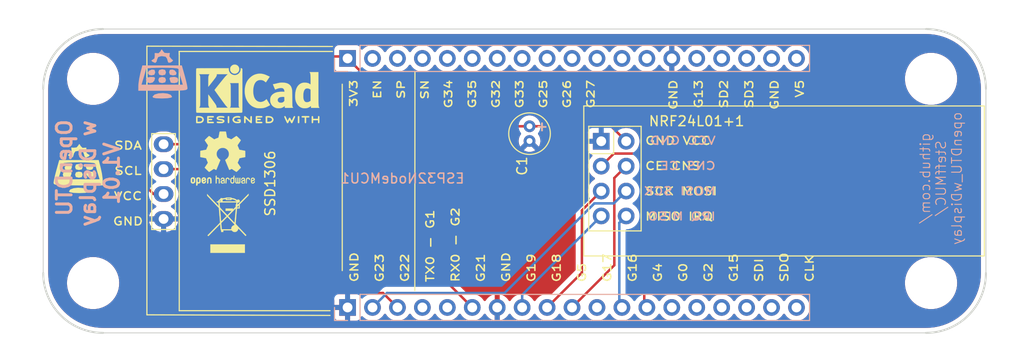
<source format=kicad_pcb>
(kicad_pcb (version 20211014) (generator pcbnew)
  (layers (0 "F.Cu" signal) (31 "B.Cu" signal) (34 "B.Paste" user) (35 "F.Paste" user) (36 "B.SilkS" user "B.Silkscreen") (37 "F.SilkS" user "F.Silkscreen") (38 "B.Mask" user) (39 "F.Mask" user) (44 "Edge.Cuts" user))
  (property "OpenDTUVer" "")
  (net 0 "")
  (net 1 "PWR3x3")
  (net 2 "GND")
  (net 26 "CE")
  (net 27 "IRQ")
  (net 29 "~{CSN}")
  (net 30 "SCK")
  (net 31 "MISO")
  (net 32 "SDA")
  (net 35 "SCL")
  (net 36 "MOSI")
  (footprint "nRF24L01+PA+LNA_Breakout:nRF24L01+PA+LNA_Breakout" (layer "F.Cu") (at 146.7485 81.04)
    (fp_text reference "NRF24L01+1" (at 9.7155 -2.046) (layer "F.SilkS"))
    (fp_text value "NRF24L01+PA+LNA_Breakout")
    (pad "1" thru_hole rect (at 0 0) (size 1.7 1.7) (drill 1) (layers *.Cu *.Mask) (net 2 "GND"))
    (pad "2" thru_hole circle (at 2.54 0) (size 1.7 1.7) (drill 1) (layers *.Cu *.Mask) (net 1 "PWR3x3"))
    (pad "3" thru_hole circle (at 0 2.54) (size 1.7 1.7) (drill 1) (layers *.Cu *.Mask) (net 26 "CE"))
    (pad "4" thru_hole circle (at 2.54 2.54) (size 1.7 1.7) (drill 1) (layers *.Cu *.Mask) (net 29 "~{CSN}"))
    (pad "5" thru_hole circle (at 0 5.08) (size 1.7 1.7) (drill 1) (layers *.Cu *.Mask) (net 30 "SCK"))
    (pad "6" thru_hole circle (at 2.54 5.08) (size 1.7 1.7) (drill 1) (layers *.Cu *.Mask) (net 36 "MOSI"))
    (pad "7" thru_hole circle (at 0 7.62) (size 1.7 1.7) (drill 1) (layers *.Cu *.Mask) (net 31 "MISO"))
    (pad "8" thru_hole circle (at 2.54 7.62) (size 1.7 1.7) (drill 1) (layers *.Cu *.Mask) (net 27 "IRQ"))
  )
  (footprint "Capacitor_THT:C_Radial_D4.0mm_H5.0mm_P1.50mm" (layer "F.Cu") (at 139.446 79.514 -90)
    (fp_text reference "C1" (at 4.052 0.762 -270) (layer "F.SilkS"))
    (fp_text value "10uF")
    (pad "1" thru_hole circle (at 0 0 270) (size 1.2 1.2) (drill 0.6) (layers *.Cu *.Mask) (net 1 "PWR3x3"))
    (pad "2" thru_hole circle (at 1.5 0 270) (size 1.2 1.2) (drill 0.6) (layers *.Cu *.Mask) (net 2 "GND"))
  )
  (footprint "MountingHole:MountingHole_4.3mm_M4" (layer "F.Cu") (at 180.34 74.676)
    (fp_text reference "REF**")
    (fp_text value "MountingHole_4.3mm_M4")
    (pad "" np_thru_hole circle (at 0 0) (size 4.3 4.3) (drill 4.3) (layers *.Cu *.Mask))
  )
  (footprint "SSD1306:128x64OLED" (layer "F.Cu") (at 112.776 85.344 90)
    (fp_text reference "SSD1306" (at 0 0.254 90) (layer "F.SilkS"))
    (fp_text value "SSD1306")
    (pad "1" thru_hole oval (at -3.62 -10.6 180) (size 2 1.6) (drill 1) (layers *.Cu *.Mask) (net 2 "GND"))
    (pad "2" thru_hole oval (at -1.08 -10.6 180) (size 2 1.6) (drill 1) (layers *.Cu *.Mask) (net 1 "PWR3x3"))
    (pad "3" thru_hole oval (at 1.46 -10.6 180) (size 2 1.6) (drill 1) (layers *.Cu *.Mask) (net 35 "SCL"))
    (pad "4" thru_hole oval (at 4 -10.6 180) (size 2 1.6) (drill 1) (layers *.Cu *.Mask) (net 32 "SDA"))
  )
  (footprint "OpenDTU_logo_KiCad:OpenDTU" (layer "F.Cu") (at 93.472 83.82)
    (fp_text reference "G***" hide)
    (fp_text value "LOGO" hide)
  )
  (footprint "MountingHole:MountingHole_4.3mm_M4" (layer "F.Cu") (at 94.996 74.676)
    (fp_text reference "REF**")
    (fp_text value "MountingHole_4.3mm_M4")
    (pad "" np_thru_hole circle (at 0 0) (size 4.3 4.3) (drill 4.3) (layers *.Cu *.Mask))
  )
  (footprint "Symbol:WEEE-Logo_4.2x6mm_SilkScreen" (layer "F.Cu") (at 108.712 89.408)
    (fp_text reference "REF**" hide)
    (fp_text value "WEEE-Logo_4.2x6mm_SilkScreen" hide)
  )
  (footprint "MountingHole:MountingHole_4.3mm_M4" (layer "F.Cu") (at 180.34 95.504)
    (fp_text reference "REF**")
    (fp_text value "MountingHole_4.3mm_M4")
    (pad "" np_thru_hole circle (at 0 0) (size 4.3 4.3) (drill 4.3) (layers *.Cu *.Mask))
  )
  (footprint "Symbol:OSHW-Logo2_7.3x6mm_SilkScreen" (layer "F.Cu") (at 108.204 82.804)
    (fp_text reference "REF**" hide)
    (fp_text value "OSHW-Logo2_7.3x6mm_SilkScreen" hide)
  )
  (footprint "MountingHole:MountingHole_4.3mm_M4" (layer "F.Cu") (at 94.996 95.504)
    (fp_text reference "REF**")
    (fp_text value "MountingHole_4.3mm_M4")
    (pad "" np_thru_hole circle (at 0 0) (size 4.3 4.3) (drill 4.3) (layers *.Cu *.Mask))
  )
  (footprint "Symbol:KiCad-Logo2_5mm_SilkScreen" (layer "F.Cu") (at 111.76 76.2)
    (fp_text reference "REF**" hide)
    (fp_text value "KiCad-Logo2_5mm_SilkScreen" hide)
  )
  (footprint "ESP32-NodeMCU_WROOM_32:ESP32-NodeMCU_WROOM_32" (layer "B.Cu") (at 120.914 72.5915 -90)
    (fp_text reference "ESP32NodeMCU1" (at 12.2445 -5.578 180) (layer "B.SilkS") (effects (justify mirror)))
    (fp_text value "ESP32NodeMCU")
    (pad "1" thru_hole rect (at 0 0 270) (size 1.7 1.7) (drill 1) (layers *.Cu *.Mask) (net 1 "PWR3x3"))
    (pad "2" thru_hole oval (at 0 -2.54 270) (size 1.7 1.7) (drill 1) (layers *.Cu *.Mask))
    (pad "3" thru_hole oval (at 0 -5.08 270) (size 1.7 1.7) (drill 1) (layers *.Cu *.Mask))
    (pad "4" thru_hole oval (at 0 -7.62 270) (size 1.7 1.7) (drill 1) (layers *.Cu *.Mask))
    (pad "5" thru_hole oval (at 0 -10.16 270) (size 1.7 1.7) (drill 1) (layers *.Cu *.Mask))
    (pad "6" thru_hole oval (at 0 -12.7 270) (size 1.7 1.7) (drill 1) (layers *.Cu *.Mask))
    (pad "7" thru_hole oval (at 0 -15.24 270) (size 1.7 1.7) (drill 1) (layers *.Cu *.Mask))
    (pad "8" thru_hole oval (at 0 -17.78 270) (size 1.7 1.7) (drill 1) (layers *.Cu *.Mask))
    (pad "9" thru_hole oval (at 0 -20.32 270) (size 1.7 1.7) (drill 1) (layers *.Cu *.Mask))
    (pad "10" thru_hole oval (at 0 -22.86 270) (size 1.7 1.7) (drill 1) (layers *.Cu *.Mask))
    (pad "11" thru_hole oval (at 0 -25.4 270) (size 1.7 1.7) (drill 1) (layers *.Cu *.Mask))
    (pad "12" thru_hole oval (at 0 -27.94 270) (size 1.7 1.7) (drill 1) (layers *.Cu *.Mask))
    (pad "13" thru_hole oval (at 0 -30.48 270) (size 1.7 1.7) (drill 1) (layers *.Cu *.Mask))
    (pad "14" thru_hole oval (at 0 -33.02 270) (size 1.7 1.7) (drill 1) (layers *.Cu *.Mask) (net 2 "GND"))
    (pad "15" thru_hole oval (at 0 -35.56 270) (size 1.7 1.7) (drill 1) (layers *.Cu *.Mask))
    (pad "16" thru_hole oval (at 0 -38.1 270) (size 1.7 1.7) (drill 1) (layers *.Cu *.Mask))
    (pad "17" thru_hole oval (at 0 -40.64 270) (size 1.7 1.7) (drill 1) (layers *.Cu *.Mask))
    (pad "18" thru_hole oval (at 0 -43.18 270) (size 1.7 1.7) (drill 1) (layers *.Cu *.Mask))
    (pad "19" thru_hole oval (at 0 -45.72 270) (size 1.7 1.7) (drill 1) (layers *.Cu *.Mask))
    (pad "20" thru_hole oval (at 25.4 -45.72 270) (size 1.7 1.7) (drill 1) (layers *.Cu *.Mask))
    (pad "21" thru_hole oval (at 25.4 -43.18 270) (size 1.7 1.7) (drill 1) (layers *.Cu *.Mask))
    (pad "22" thru_hole oval (at 25.4 -40.64 270) (size 1.7 1.7) (drill 1) (layers *.Cu *.Mask))
    (pad "23" thru_hole oval (at 25.4 -38.1 270) (size 1.7 1.7) (drill 1) (layers *.Cu *.Mask))
    (pad "24" thru_hole oval (at 25.4 -35.56 270) (size 1.7 1.7) (drill 1) (layers *.Cu *.Mask))
    (pad "25" thru_hole oval (at 25.4 -33.02 270) (size 1.7 1.7) (drill 1) (layers *.Cu *.Mask))
    (pad "26" thru_hole oval (at 25.4 -30.48 270) (size 1.7 1.7) (drill 1) (layers *.Cu *.Mask) (net 26 "CE"))
    (pad "27" thru_hole oval (at 25.4 -27.94 270) (size 1.7 1.7) (drill 1) (layers *.Cu *.Mask) (net 27 "IRQ"))
    (pad "28" thru_hole oval (at 25.4 -25.4 270) (size 1.7 1.7) (drill 1) (layers *.Cu *.Mask))
    (pad "29" thru_hole oval (at 25.4 -22.86 270) (size 1.7 1.7) (drill 1) (layers *.Cu *.Mask) (net 29 "~{CSN}"))
    (pad "30" thru_hole oval (at 25.4 -20.32 270) (size 1.7 1.7) (drill 1) (layers *.Cu *.Mask) (net 30 "SCK"))
    (pad "31" thru_hole oval (at 25.4 -17.78 270) (size 1.7 1.7) (drill 1) (layers *.Cu *.Mask) (net 31 "MISO"))
    (pad "32" thru_hole oval (at 25.4 -15.24 270) (size 1.7 1.7) (drill 1) (layers *.Cu *.Mask) (net 2 "GND"))
    (pad "33" thru_hole oval (at 25.4 -12.7 270) (size 1.7 1.7) (drill 1) (layers *.Cu *.Mask) (net 32 "SDA"))
    (pad "34" thru_hole oval (at 25.4 -10.16 270) (size 1.7 1.7) (drill 1) (layers *.Cu *.Mask))
    (pad "35" thru_hole oval (at 25.4 -7.62 270) (size 1.7 1.7) (drill 1) (layers *.Cu *.Mask))
    (pad "36" thru_hole oval (at 25.4 -5.08 270) (size 1.7 1.7) (drill 1) (layers *.Cu *.Mask) (net 35 "SCL"))
    (pad "37" thru_hole oval (at 25.4 -2.54 270) (size 1.7 1.7) (drill 1) (layers *.Cu *.Mask) (net 36 "MOSI"))
    (pad "38" thru_hole rect (at 25.4 0 270) (size 1.7 1.7) (drill 1) (layers *.Cu *.Mask) (net 2 "GND"))
  )
  (footprint "OpenDTU_logo_KiCad:OpenDTU" (layer "B.Cu") (at 102.108 74.168 180)
    (fp_text reference "G***" hide)
    (fp_text value "LOGO" hide)
  )
  (gr_line (start 96.012 69.596) (end 179.832 69.596) (layer "Edge.Cuts") (width 0.1))
  (gr_arc (start 89.916 75.692) (mid 91.701477 71.381477) (end 96.012 69.596) (layer "Edge.Cuts") (width 0.2))
  (gr_line (start 89.916 75.692) (end 89.916 94.488) (layer "Edge.Cuts") (width 0.1))
  (gr_arc (start 185.928 94.488) (mid 184.142523 98.798523) (end 179.832 100.584) (layer "Edge.Cuts") (width 0.2))
  (gr_line (start 179.832 100.584) (end 96.012 100.584) (layer "Edge.Cuts") (width 0.1))
  (gr_line (start 185.928 75.692) (end 185.928 94.488) (layer "Edge.Cuts") (width 0.1))
  (gr_arc (start 96.012 100.584) (mid 91.701477 98.798523) (end 89.916 94.488) (layer "Edge.Cuts") (width 0.2))
  (gr_arc (start 179.832 69.596) (mid 184.142523 71.381477) (end 185.928 75.692) (layer "Edge.Cuts") (width 0.2))
  (gr_text "OpenDTU \nw Display\nV1.01" (at 94.488 84.328 90) (layer "B.SilkS") (effects (font (size 1.5 1.5) (thickness 0.3)) (justify mirror)))
  (gr_text "VCC GND\n\nCNS CE\n\nMOSI SCK\n\nIRQ MISO" (at 158.496 84.836) (layer "B.SilkS") (effects (font (size 0.8 1)) (justify left mirror)))
  (gr_text "github.com/\nSteffMUC/\nopenDTU_wDisplay" (at 181.356 84.836 90) (layer "B.SilkS") (effects (font (size 1 1) (thickness 0.1)) (justify mirror)))
  (gr_text "+" (at 140.716 79.502) (layer "B.SilkS") (effects (font (size 1 1))))
  (gr_text "3V3\n\nEN\n\nSP\n\nSN\n\nG34\n\nG35\n\nG32\n\nG33\n\nG25\n\nG26\n\nG27" (at 133.604 74.676 90) (layer "F.SilkS") (effects (font (size 0.75 1)) (justify right)))
  (gr_text "+" (at 140.716 79.502) (layer "F.SilkS") (effects (font (size 1 1))))
  (gr_text "GND\n\nG23\n\nG22\n\nTX0 - G1\n\nRX0 - G2\n\nG21\n\nGND\n\nG19\n\nG18\n\nG5\n\nG17\n\nG16\n\nG4\n\nG0\n\nG2\n\nG15\n\nSDI\n\nSDO\n\nCLK" (at 144.78 95.504 90) (layer "F.SilkS") (effects (font (size 0.8 1)) (justify left)))
  (gr_text "GND VCC\n\nCE CNS\n\nSCK MOSI\n\nMISO IRQ" (at 151.13 84.85) (layer "F.SilkS") (effects (font (size 0.8 1)) (justify left)))
  (gr_text "SDA\n\nSCL\n\nVCC\n\nGND" (at 98.552 85.344) (layer "F.SilkS") (effects (font (size 0.8 1))))
  (gr_text "GND\n\nG13\n\nSD2\n\nSD3\n\nGND\n\nV5" (at 160.528 74.676 90) (layer "F.SilkS") (effects (font (size 0.8 1)) (justify right)))
  (segment (start 100.33 85.598) (end 101.156 86.424) (width 0.25) (layer "F.Cu") (net 1))
  (segment (start 120.914 72.5915) (end 127.8365 79.514) (width 0.25) (layer "F.Cu") (net 1))
  (segment (start 100.33 76.962) (end 100.33 85.598) (width 0.25) (layer "F.Cu") (net 1))
  (segment (start 120.914 72.5915) (end 120.7125 72.39) (width 0.25) (layer "F.Cu") (net 1))
  (segment (start 120.7125 72.39) (end 104.902 72.39) (width 0.25) (layer "F.Cu") (net 1))
  (segment (start 147.7625 79.514) (end 139.446 79.514) (width 0.25) (layer "F.Cu") (net 1))
  (segment (start 149.2885 81.04) (end 147.7625 79.514) (width 0.25) (layer "F.Cu") (net 1))
  (segment (start 104.902 72.39) (end 100.33 76.962) (width 0.25) (layer "F.Cu") (net 1))
  (segment (start 101.156 86.424) (end 102.176 86.424) (width 0.25) (layer "F.Cu") (net 1))
  (segment (start 127.8365 79.514) (end 139.446 79.514) (width 0.25) (layer "F.Cu") (net 1))
  (segment (start 151.394 97.9915) (end 151.13 97.7275) (width 0.25) (layer "F.Cu") (net 26))
  (segment (start 151.13 83.312) (end 150.114 82.296) (width 0.25) (layer "F.Cu") (net 26))
  (segment (start 148.0325 82.296) (end 146.7485 83.58) (width 0.25) (layer "F.Cu") (net 26))
  (segment (start 151.13 97.7275) (end 151.13 83.312) (width 0.25) (layer "F.Cu") (net 26))
  (segment (start 150.114 82.296) (end 148.0325 82.296) (width 0.25) (layer "F.Cu") (net 26))
  (segment (start 148.59 97.7275) (end 148.59 89.3585) (width 0.25) (layer "B.Cu") (net 27))
  (segment (start 148.854 97.9915) (end 148.59 97.7275) (width 0.25) (layer "B.Cu") (net 27))
  (segment (start 148.59 89.3585) (end 149.2885 88.66) (width 0.25) (layer "B.Cu") (net 27))
  (segment (start 148.082 93.6835) (end 148.082 84.7865) (width 0.25) (layer "F.Cu") (net 29))
  (segment (start 148.082 84.7865) (end 149.2885 83.58) (width 0.25) (layer "F.Cu") (net 29))
  (segment (start 143.774 97.9915) (end 148.082 93.6835) (width 0.25) (layer "F.Cu") (net 29))
  (segment (start 144.78 94.4455) (end 144.78 88.0885) (width 0.25) (layer "F.Cu") (net 30))
  (segment (start 144.78 88.0885) (end 146.7485 86.12) (width 0.25) (layer "F.Cu") (net 30))
  (segment (start 141.234 97.9915) (end 144.78 94.4455) (width 0.25) (layer "F.Cu") (net 30))
  (segment (start 138.694 97.9915) (end 138.694 96.7145) (width 0.25) (layer "B.Cu") (net 31))
  (segment (start 138.694 96.7145) (end 146.7485 88.66) (width 0.25) (layer "B.Cu") (net 31))
  (segment (start 119.126 95.25) (end 130.8725 95.25) (width 0.25) (layer "F.Cu") (net 32))
  (segment (start 102.176 81.344) (end 105.22 81.344) (width 0.25) (layer "F.Cu") (net 32))
  (segment (start 130.8725 95.25) (end 133.614 97.9915) (width 0.25) (layer "F.Cu") (net 32))
  (segment (start 105.22 81.344) (end 119.126 95.25) (width 0.25) (layer "F.Cu") (net 32))
  (segment (start 102.176 83.884) (end 105.22 83.884) (width 0.25) (layer "F.Cu") (net 35))
  (segment (start 105.22 83.884) (end 117.856 96.52) (width 0.25) (layer "F.Cu") (net 35))
  (segment (start 117.856 96.52) (end 124.5225 96.52) (width 0.25) (layer "F.Cu") (net 35))
  (segment (start 124.5225 96.52) (end 125.994 97.9915) (width 0.25) (layer "F.Cu") (net 35))
  (segment (start 148.0325 87.376) (end 149.2885 86.12) (width 0.25) (layer "B.Cu") (net 36))
  (segment (start 146.05 87.376) (end 148.0325 87.376) (width 0.25) (layer "B.Cu") (net 36))
  (segment (start 124.9255 96.52) (end 136.906 96.52) (width 0.25) (layer "B.Cu") (net 36))
  (segment (start 123.454 97.9915) (end 124.9255 96.52) (width 0.25) (layer "B.Cu") (net 36))
  (segment (start 136.906 96.52) (end 146.05 87.376) (width 0.25) (layer "B.Cu") (net 36))
  (zone (net 2) (net_name "GND") (layer "F.Cu") (connect_pads (clearance 0.508)) (min_thickness 0.254) (fill yes (thermal_gap 0.508) (thermal_bridge_width 0.508))
    (polygon (pts (xy 185.928 100.584) (xy 89.916 100.584) (xy 89.916 69.596) (xy 185.928 69.596)))
  )
  (zone (net 2) (net_name "GND") (layer "B.Cu") (connect_pads (clearance 0.508)) (min_thickness 0.254) (fill yes (thermal_gap 0.508) (thermal_bridge_width 0.508))
    (polygon (pts (xy 185.928 100.584) (xy 89.916 100.584) (xy 89.916 69.596) (xy 185.928 69.596)))
  )
)
</source>
